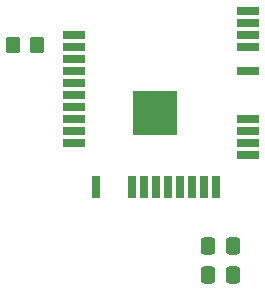
<source format=gtp>
G04 #@! TF.GenerationSoftware,KiCad,Pcbnew,9.0.0*
G04 #@! TF.CreationDate,2025-03-07T02:47:21-06:00*
G04 #@! TF.ProjectId,ATWILC1000_Breakout,41545749-4c43-4313-9030-305f42726561,rev?*
G04 #@! TF.SameCoordinates,Original*
G04 #@! TF.FileFunction,Paste,Top*
G04 #@! TF.FilePolarity,Positive*
%FSLAX46Y46*%
G04 Gerber Fmt 4.6, Leading zero omitted, Abs format (unit mm)*
G04 Created by KiCad (PCBNEW 9.0.0) date 2025-03-07 02:47:21*
%MOMM*%
%LPD*%
G01*
G04 APERTURE LIST*
G04 Aperture macros list*
%AMRoundRect*
0 Rectangle with rounded corners*
0 $1 Rounding radius*
0 $2 $3 $4 $5 $6 $7 $8 $9 X,Y pos of 4 corners*
0 Add a 4 corners polygon primitive as box body*
4,1,4,$2,$3,$4,$5,$6,$7,$8,$9,$2,$3,0*
0 Add four circle primitives for the rounded corners*
1,1,$1+$1,$2,$3*
1,1,$1+$1,$4,$5*
1,1,$1+$1,$6,$7*
1,1,$1+$1,$8,$9*
0 Add four rect primitives between the rounded corners*
20,1,$1+$1,$2,$3,$4,$5,0*
20,1,$1+$1,$4,$5,$6,$7,0*
20,1,$1+$1,$6,$7,$8,$9,0*
20,1,$1+$1,$8,$9,$2,$3,0*%
G04 Aperture macros list end*
%ADD10RoundRect,0.250000X-0.350000X-0.450000X0.350000X-0.450000X0.350000X0.450000X-0.350000X0.450000X0*%
%ADD11RoundRect,0.250000X-0.337500X-0.475000X0.337500X-0.475000X0.337500X0.475000X-0.337500X0.475000X0*%
%ADD12R,3.700000X3.700000*%
%ADD13R,1.900000X0.800000*%
%ADD14R,0.800000X1.900000*%
G04 APERTURE END LIST*
D10*
X134500000Y-95000000D03*
X136500000Y-95000000D03*
D11*
X151000000Y-114500000D03*
X153075000Y-114500000D03*
D12*
X146480000Y-100730000D03*
D13*
X154330000Y-104330000D03*
X154330000Y-103320000D03*
X154330000Y-102304000D03*
X154330000Y-101288000D03*
X154330000Y-97224000D03*
X154330000Y-95192000D03*
X154330000Y-94176000D03*
X154330000Y-93160000D03*
X154330000Y-92144000D03*
X139600000Y-94176000D03*
X139600000Y-95192000D03*
X139600000Y-96208000D03*
X139600000Y-97224000D03*
X139600000Y-98240000D03*
X139600000Y-99256000D03*
X139600000Y-100272000D03*
X139600000Y-101288000D03*
X139600000Y-102304000D03*
X139600000Y-103320000D03*
D14*
X141500000Y-107000000D03*
X144548000Y-107000000D03*
X145564000Y-107000000D03*
X146580000Y-107000000D03*
X147596000Y-107000000D03*
X148612000Y-107000000D03*
X149628000Y-107000000D03*
X150644000Y-107000000D03*
X151660000Y-107000000D03*
D11*
X151000000Y-112000000D03*
X153075000Y-112000000D03*
M02*

</source>
